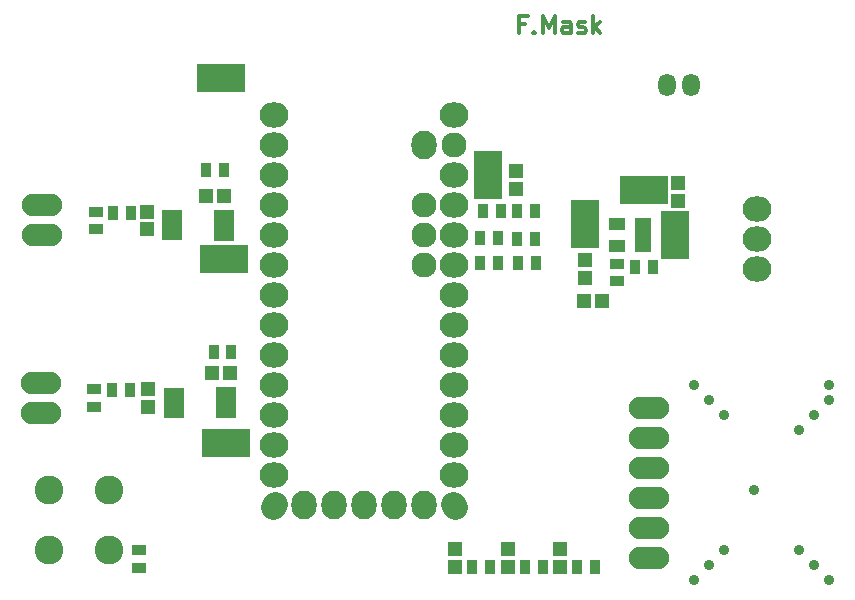
<source format=gbr>
G04 #@! TF.FileFunction,Soldermask,Top*
%FSLAX46Y46*%
G04 Gerber Fmt 4.6, Leading zero omitted, Abs format (unit mm)*
G04 Created by KiCad (PCBNEW 4.0.2+dfsg1-stable) date mar. 31 janv. 2017 18:36:30 CET*
%MOMM*%
G01*
G04 APERTURE LIST*
%ADD10C,0.050000*%
%ADD11C,0.300000*%
%ADD12R,0.900000X1.300000*%
%ADD13R,1.200000X1.150000*%
%ADD14R,1.150000X1.200000*%
%ADD15R,1.197560X1.197560*%
%ADD16O,3.414980X1.906220*%
%ADD17O,1.500000X1.924000*%
%ADD18R,1.300000X0.900000*%
%ADD19R,1.800000X0.800000*%
%ADD20R,1.460000X1.050000*%
%ADD21R,4.057600X2.457400*%
%ADD22R,2.457400X4.057600*%
%ADD23C,2.432000*%
%ADD24O,2.432000X2.127200*%
%ADD25O,2.127200X2.127200*%
%ADD26O,2.127200X2.432000*%
%ADD27C,2.127200*%
%ADD28C,0.908000*%
G04 APERTURE END LIST*
D10*
D11*
X13617143Y24237143D02*
X13117143Y24237143D01*
X13117143Y23451429D02*
X13117143Y24951429D01*
X13831429Y24951429D01*
X14402857Y23594286D02*
X14474285Y23522857D01*
X14402857Y23451429D01*
X14331428Y23522857D01*
X14402857Y23594286D01*
X14402857Y23451429D01*
X15117143Y23451429D02*
X15117143Y24951429D01*
X15617143Y23880000D01*
X16117143Y24951429D01*
X16117143Y23451429D01*
X17474286Y23451429D02*
X17474286Y24237143D01*
X17402857Y24380000D01*
X17260000Y24451429D01*
X16974286Y24451429D01*
X16831429Y24380000D01*
X17474286Y23522857D02*
X17331429Y23451429D01*
X16974286Y23451429D01*
X16831429Y23522857D01*
X16760000Y23665714D01*
X16760000Y23808571D01*
X16831429Y23951429D01*
X16974286Y24022857D01*
X17331429Y24022857D01*
X17474286Y24094286D01*
X18117143Y23522857D02*
X18260000Y23451429D01*
X18545715Y23451429D01*
X18688572Y23522857D01*
X18760000Y23665714D01*
X18760000Y23737143D01*
X18688572Y23880000D01*
X18545715Y23951429D01*
X18331429Y23951429D01*
X18188572Y24022857D01*
X18117143Y24165714D01*
X18117143Y24237143D01*
X18188572Y24380000D01*
X18331429Y24451429D01*
X18545715Y24451429D01*
X18688572Y24380000D01*
X19402858Y23451429D02*
X19402858Y24951429D01*
X19545715Y24022857D02*
X19974286Y23451429D01*
X19974286Y24451429D02*
X19402858Y23880000D01*
D12*
X24450000Y3710000D03*
X22950000Y3710000D03*
D13*
X-13350000Y9710000D03*
X-11850000Y9710000D03*
D14*
X-18400000Y8360000D03*
X-18400000Y6860000D03*
D13*
X-12850000Y-5325000D03*
X-11350000Y-5325000D03*
D14*
X-18300000Y-6675000D03*
X-18300000Y-8175000D03*
X12827000Y11799000D03*
X12827000Y10299000D03*
X18700000Y4260000D03*
X18700000Y2760000D03*
X26600000Y10760000D03*
X26600000Y9260000D03*
D15*
X16600000Y-20240700D03*
X16600000Y-21739300D03*
X12200000Y-20240700D03*
X12200000Y-21739300D03*
X18650700Y810000D03*
X20149300Y810000D03*
X7700000Y-20240700D03*
X7700000Y-21739300D03*
D16*
X-27305000Y6350000D03*
X-27305000Y8890000D03*
X-27400000Y-8695000D03*
X-27400000Y-6155000D03*
X24130000Y-8255000D03*
X24130000Y-10795000D03*
X24130000Y-13335000D03*
X24130000Y-15875000D03*
X24130000Y-18415000D03*
X24130000Y-20955000D03*
D17*
X25670000Y19050000D03*
X27670000Y19050000D03*
D18*
X-22700000Y8360000D03*
X-22700000Y6860000D03*
X-22900000Y-6675000D03*
X-22900000Y-8175000D03*
D12*
X-11850000Y11910000D03*
X-13350000Y11910000D03*
X-19750000Y8210000D03*
X-21250000Y8210000D03*
X-11250000Y-3525000D03*
X-12750000Y-3525000D03*
X-19850000Y-6725000D03*
X-21350000Y-6725000D03*
X14450000Y8410000D03*
X12950000Y8410000D03*
X14450000Y6010000D03*
X12950000Y6010000D03*
X14550000Y4010000D03*
X13050000Y4010000D03*
X10050000Y8410000D03*
X11550000Y8410000D03*
X9850000Y6110000D03*
X11350000Y6110000D03*
X9850000Y4010000D03*
X11350000Y4010000D03*
X19550000Y-21690000D03*
X18050000Y-21690000D03*
X15150000Y-21690000D03*
X13650000Y-21690000D03*
X10650000Y-21690000D03*
X9150000Y-21690000D03*
D18*
X21400000Y2460000D03*
X21400000Y3960000D03*
D19*
X-16300000Y8135000D03*
X-16300000Y7535000D03*
X-16300000Y6885000D03*
X-16300000Y6285000D03*
X-11900000Y8185000D03*
X-11900000Y7535000D03*
X-11900000Y6885000D03*
X-11900000Y6235000D03*
X-16100000Y-6900000D03*
X-16100000Y-7500000D03*
X-16100000Y-8150000D03*
X-16100000Y-8750000D03*
X-11700000Y-6850000D03*
X-11700000Y-7500000D03*
X-11700000Y-8150000D03*
X-11700000Y-8800000D03*
D20*
X21400000Y5430000D03*
X23600000Y5430000D03*
X23600000Y6380000D03*
X23600000Y7330000D03*
X21400000Y7330000D03*
D21*
X-11900000Y4310000D03*
X-11700000Y-11225000D03*
D22*
X10515600Y11430000D03*
X18715400Y7319800D03*
X26310000Y6380000D03*
D21*
X23668400Y10190000D03*
X-12115800Y19634200D03*
D18*
X-19075400Y-20306600D03*
X-19075400Y-21806600D03*
D23*
X-21590000Y-15240000D03*
X-21590000Y-20320000D03*
X-26670000Y-20320000D03*
X-26670000Y-15240000D03*
D24*
X33300000Y3470000D03*
X33300000Y6010000D03*
X33300000Y8550000D03*
D25*
X5080000Y3810000D03*
X5080000Y6350000D03*
X5080000Y8890000D03*
D26*
X0Y-16510000D03*
D24*
X-7620000Y16510000D03*
X-7620000Y13970000D03*
X-7620000Y11430000D03*
X-7620000Y8890000D03*
X-7620000Y6350000D03*
X-7620000Y3810000D03*
X-7620000Y1270000D03*
X-7620000Y-1270000D03*
X-7620000Y-3810000D03*
X-7620000Y-6350000D03*
X-7620000Y-8890000D03*
X-7620000Y-11430000D03*
X-7620000Y-13970000D03*
D27*
X-7727763Y-16617763D02*
X-7512237Y-16402237D01*
D26*
X-5080000Y-16510000D03*
X-2540000Y-16510000D03*
X2540000Y-16510000D03*
X5080000Y-16510000D03*
X5080000Y13970000D03*
D27*
X7512237Y-16402237D02*
X7727763Y-16617763D01*
D24*
X7620000Y-13970000D03*
X7620000Y-11430000D03*
X7620000Y-8890000D03*
X7620000Y-6350000D03*
X7620000Y-3810000D03*
X7620000Y-1270000D03*
X7620000Y1270000D03*
X7620000Y3810000D03*
X7620000Y6350000D03*
X7620000Y8890000D03*
X7620000Y11430000D03*
D25*
X7620000Y13970000D03*
D24*
X7620000Y16510000D03*
D28*
X36830000Y-10160000D03*
X36830000Y-20320000D03*
X30480000Y-20320000D03*
X30480000Y-8890000D03*
X38100000Y-8890000D03*
X38100000Y-21590000D03*
X29210000Y-21590000D03*
X29210000Y-7620000D03*
X39370000Y-7620000D03*
X39370000Y-22860000D03*
X27940000Y-22860000D03*
X33020000Y-15240000D03*
X27940000Y-6350000D03*
X39370000Y-6350000D03*
M02*

</source>
